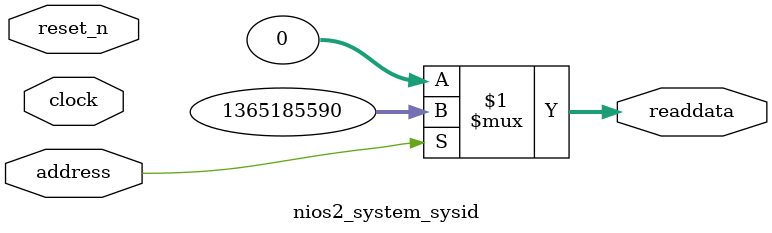
<source format=v>

`timescale 1ns / 1ps
// synthesis translate_on

// turn off superfluous verilog processor warnings 
// altera message_level Level1 
// altera message_off 10034 10035 10036 10037 10230 10240 10030 

module nios2_system_sysid (
               // inputs:
                address,
                clock,
                reset_n,

               // outputs:
                readdata
             )
;

  output  [ 31: 0] readdata;
  input            address;
  input            clock;
  input            reset_n;

  wire    [ 31: 0] readdata;
  //control_slave, which is an e_avalon_slave
  assign readdata = address ? 1365185590 : 0;

endmodule




</source>
